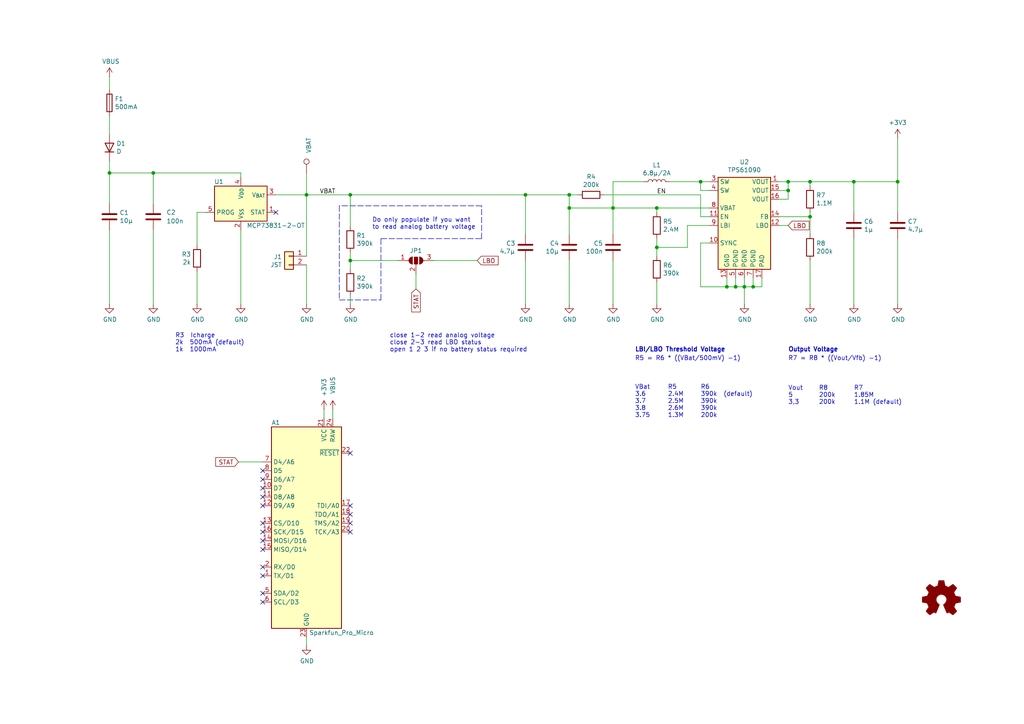
<source format=kicad_sch>
(kicad_sch (version 20231120) (generator "eeschema") (generator_version "8.0")
  (paper "A4")
  (title_block (title "ProMicro_BOOST") (date "2025-01-05") (rev "v1.5") (company "Stefan Herold") (comment 1 "CERN-OHL-S-2.0"))
  (lib_symbols
    (symbol "Battery_Management:MCP73831-2-OT"
      (property "Reference" "U" (at -7.62 6.35 0))
      (property "Value" "MCP73831-2-OT" (at 1.27 6.35 0))
      (symbol "MCP73831-2-OT_0_1"
        (rectangle (start -7.62 5.08) (end 7.62 -5.08) (stroke (width 0.254)) (fill (type background)))
      )
      (symbol "MCP73831-2-OT_1_1"
        (pin tri_state line (at 10.16 -2.54 180) (length 2.54) (name "STAT") (number "1"))
        (pin power_in line (at 0 -7.62 90) (length 2.54) (name "V_{SS}") (number "2"))
        (pin power_out line (at 10.16 2.54 180) (length 2.54) (name "V_{BAT}") (number "3"))
        (pin power_in line (at 0 7.62 270) (length 2.54) (name "V_{DD}") (number "4"))
        (pin input line (at -10.16 -2.54 0) (length 2.54) (name "PROG") (number "5"))
      )
    )
    (symbol "Connector:TestPoint" (pin_numbers hide) (pin_names (offset 0.762) hide)
      (property "Reference" "TP" (at 0 6.858 0))
      (property "Value" "TestPoint" (at 0 5.08 0))
      (symbol "TestPoint_0_1"
        (circle (center 0 3.302) (radius 0.762))
      )
      (symbol "TestPoint_1_1"
        (pin passive line (at 0 0 90) (length 2.54) (name "1") (number "1"))
      )
    )
    (symbol "Connector_Generic:Conn_01x02" (pin_names (offset 1.016) hide)
      (property "Reference" "J" (at 0 2.54 0))
      (property "Value" "Conn_01x02" (at 0 -5.08 0))
      (symbol "Conn_01x02_1_1"
        (rectangle (start -1.27 -2.413) (end 0 -2.667) (stroke (width 0.1524)))
        (rectangle (start -1.27 0.127) (end 0 -0.127) (stroke (width 0.1524)))
        (rectangle (start -1.27 1.27) (end 1.27 -3.81) (stroke (width 0.254)) (fill (type background)))
        (pin passive line (at -5.08 0 0) (length 3.81) (name "Pin_1") (number "1"))
        (pin passive line (at -5.08 -2.54 0) (length 3.81) (name "Pin_2") (number "2"))
      )
    )
    (symbol "Device:C" (pin_numbers hide) (pin_names (offset 0.254))
      (property "Reference" "C" (at 0.635 2.54 0))
      (property "Value" "C" (at 0.635 -2.54 0))
      (symbol "C_0_1"
        (polyline (pts (xy -2.032 -0.762) (xy 2.032 -0.762)) (stroke (width 0.508)))
        (polyline (pts (xy -2.032 0.762) (xy 2.032 0.762)) (stroke (width 0.508)))
      )
      (symbol "C_1_1"
        (pin passive line (at 0 3.81 270) (length 2.794) (name "~") (number "1"))
        (pin passive line (at 0 -3.81 90) (length 2.794) (name "~") (number "2"))
      )
    )
    (symbol "Device:D" (pin_numbers hide) (pin_names (offset 1.016) hide)
      (property "Reference" "D" (at 0 2.54 0))
      (property "Value" "D" (at 0 -2.54 0))
      (symbol "D_0_1"
        (polyline (pts (xy -1.27 1.27) (xy -1.27 -1.27)) (stroke (width 0.254)))
        (polyline (pts (xy 1.27 0) (xy -1.27 0)))
        (polyline (pts (xy 1.27 1.27) (xy 1.27 -1.27) (xy -1.27 0) (xy 1.27 1.27)) (stroke (width 0.254)))
      )
      (symbol "D_1_1"
        (pin passive line (at -3.81 0 0) (length 2.54) (name "K") (number "1"))
        (pin passive line (at 3.81 0 180) (length 2.54) (name "A") (number "2"))
      )
    )
    (symbol "Device:Fuse" (pin_numbers hide) (pin_names (offset 0))
      (property "Reference" "F" (at 2.032 0 90))
      (property "Value" "Fuse" (at -1.905 0 90))
      (symbol "Fuse_0_1"
        (rectangle (start -0.762 -2.54) (end 0.762 2.54) (stroke (width 0.254)))
        (polyline (pts (xy 0 2.54) (xy 0 -2.54)))
      )
      (symbol "Fuse_1_1"
        (pin passive line (at 0 3.81 270) (length 1.27) (name "~") (number "1"))
        (pin passive line (at 0 -3.81 90) (length 1.27) (name "~") (number "2"))
      )
    )
    (symbol "Device:L" (pin_numbers hide) (pin_names (offset 1.016) hide)
      (property "Reference" "L" (at -1.27 0 90))
      (property "Value" "L" (at 1.905 0 90))
      (symbol "L_0_1"
        (arc (start 0 -2.54) (mid 0.6323 -1.905) (end 0 -1.27))
        (arc (start 0 -1.27) (mid 0.6323 -0.635) (end 0 0))
        (arc (start 0 0) (mid 0.6323 0.635) (end 0 1.27))
        (arc (start 0 1.27) (mid 0.6323 1.905) (end 0 2.54))
      )
      (symbol "L_1_1"
        (pin passive line (at 0 3.81 270) (length 1.27) (name "1") (number "1"))
        (pin passive line (at 0 -3.81 90) (length 1.27) (name "2") (number "2"))
      )
    )
    (symbol "Device:R" (pin_numbers hide) (pin_names (offset 0))
      (property "Reference" "R" (at 2.032 0 90))
      (property "Value" "R" (at 0 0 90))
      (symbol "R_0_1"
        (rectangle (start -1.016 -2.54) (end 1.016 2.54) (stroke (width 0.254)))
      )
      (symbol "R_1_1"
        (pin passive line (at 0 3.81 270) (length 1.27) (name "~") (number "1"))
        (pin passive line (at 0 -3.81 90) (length 1.27) (name "~") (number "2"))
      )
    )
    (symbol "Graphic:Logo_Open_Hardware_Small" (in_bom no) (on_board no)
      (symbol "Logo_Open_Hardware_Small_0_1"
        (polyline (pts (xy 3.3528 -4.3434) (xy 3.302 -4.318) (xy 3.175 -4.2418) (xy 2.9972 -4.1148) (xy 2.7686 -3.9624) (xy 2.54 -3.81) (xy 2.3622 -3.7084) (xy 2.2352 -3.6068) (xy 2.1844 -3.5814) (xy 2.159 -3.6068) (xy 2.0574 -3.6576) (xy 1.905 -3.7338) (xy 1.8034 -3.7846) (xy 1.6764 -3.8354) (xy 1.6002 -3.8354) (xy 1.6002 -3.8354) (xy 1.5494 -3.7338) (xy 1.4732 -3.5306) (xy 1.3462 -3.302) (xy 1.2446 -3.0226) (xy 1.1176 -2.7178) (xy 0.9652 -2.413) (xy 0.8636 -2.1082) (xy 0.7366 -1.8288) (xy 0.6604 -1.6256) (xy 0.6096 -1.4732) (xy 0.5842 -1.397) (xy 0.5842 -1.397) (xy 0.6604 -1.3208) (xy 0.7874 -1.2446) (xy 1.0414 -1.016) (xy 1.2954 -0.6858) (xy 1.4478 -0.3302) (xy 1.524 0.0762) (xy 1.4732 0.4572) (xy 1.3208 0.8128) (xy 1.0668 1.143) (xy 0.762 1.3716) (xy 0.4064 1.524) (xy 0 1.5748) (xy -0.381 1.5494) (xy -0.7366 1.397) (xy -1.0668 1.143) (xy -1.2192 0.9906) (xy -1.397 0.6604) (xy -1.524 0.3048) (xy -1.524 0.2286) (xy -1.4986 -0.1778) (xy -1.397 -0.5334) (xy -1.1938 -0.8636) (xy -0.9144 -1.143) (xy -0.8636 -1.1684) (xy -0.7366 -1.27) (xy -0.635 -1.3462) (xy -0.5842 -1.397) (xy -1.0668 -2.5908) (xy -1.143 -2.794) (xy -1.2954 -3.1242) (xy -1.397 -3.4036) (xy -1.4986 -3.6322) (xy -1.5748 -3.7846) (xy -1.6002 -3.8354) (xy -1.6002 -3.8354) (xy -1.651 -3.8354) (xy -1.7272 -3.81) (xy -1.905 -3.7338) (xy -2.0066 -3.683) (xy -2.1336 -3.6068) (xy -2.2098 -3.5814) (xy -2.2606 -3.6068) (xy -2.3622 -3.683) (xy -2.54 -3.81) (xy -2.7686 -3.9624) (xy -2.9718 -4.0894) (xy -3.1496 -4.2164) (xy -3.302 -4.318) (xy -3.3528 -4.3434) (xy -3.3782 -4.3434) (xy -3.429 -4.318) (xy -3.5306 -4.2164) (xy -3.7084 -4.064) (xy -3.937 -3.8354) (xy -3.9624 -3.81) (xy -4.1656 -3.6068) (xy -4.318 -3.4544) (xy -4.4196 -3.3274) (xy -4.445 -3.2766) (xy -4.445 -3.2766) (xy -4.4196 -3.2258) (xy -4.318 -3.0734) (xy -4.2164 -2.8956) (xy -4.064 -2.667) (xy -3.6576 -2.0828) (xy -3.8862 -1.5494) (xy -3.937 -1.3716) (xy -4.0386 -1.1684) (xy -4.0894 -1.0414) (xy -4.1148 -0.9652) (xy -4.191 -0.9398) (xy -4.318 -0.9144) (xy -4.5466 -0.8636) (xy -4.8006 -0.8128) (xy -5.0546 -0.7874) (xy -5.2578 -0.7366) (xy -5.4356 -0.7112) (xy -5.5118 -0.6858) (xy -5.5118 -0.6858) (xy -5.5372 -0.635) (xy -5.5372 -0.5588) (xy -5.5372 -0.4318) (xy -5.5626 -0.2286) (xy -5.5626 0.0762) (xy -5.5626 0.127) (xy -5.5372 0.4064) (xy -5.5372 0.635) (xy -5.5372 0.762) (xy -5.5372 0.8382) (xy -5.5372 0.8382) (xy -5.461 0.8382) (xy -5.3086 0.889) (xy -5.08 0.9144) (xy -4.826 0.9652) (xy -4.8006 0.9906) (xy -4.5466 1.0414) (xy -4.318 1.0668) (xy -4.1656 1.1176) (xy -4.0894 1.143) (xy -4.0894 1.143) (xy -4.0386 1.2446) (xy -3.9624 1.4224) (xy -3.8608 1.6256) (xy -3.7846 1.8288) (xy -3.7084 2.0066) (xy -3.6576 2.159) (xy -3.6322 2.2098) (xy -3.6322 2.2098) (xy -3.683 2.286) (xy -3.7592 2.413) (xy -3.8862 2.5908) (xy -4.064 2.8194) (xy -4.064 2.8448) (xy -4.2164 3.0734) (xy -4.3434 3.2512) (xy -4.4196 3.3782) (xy -4.445 3.4544) (xy -4.445 3.4544) (xy -4.3942 3.5052) (xy -4.2926 3.6322) (xy -4.1148 3.81) (xy -3.937 4.0132) (xy -3.8608 4.064) (xy -3.6576 4.2926) (xy -3.5052 4.4196) (xy -3.4036 4.4958) (xy -3.3528 4.5212) (xy -3.3528 4.5212) (xy -3.302 4.4704) (xy -3.1496 4.3688) (xy -2.9718 4.2418) (xy -2.7432 4.0894) (xy -2.7178 4.0894) (xy -2.4892 3.937) (xy -2.3114 3.81) (xy -2.1844 3.7084) (xy -2.1336 3.683) (xy -2.1082 3.683) (xy -2.032 3.7084) (xy -1.8542 3.7592) (xy -1.6764 3.8354) (xy -1.4732 3.937) (xy -1.27 4.0132) (xy -1.143 4.064) (xy -1.0668 4.1148) (xy -1.0668 4.1148) (xy -1.0414 4.191) (xy -1.016 4.3434) (xy -0.9652 4.572) (xy -0.9144 4.8514) (xy -0.889 4.9022) (xy -0.8382 5.1562) (xy -0.8128 5.3848) (xy -0.7874 5.5372) (xy -0.762 5.588) (xy -0.7112 5.6134) (xy -0.5842 5.6134) (xy -0.4064 5.6134) (xy -0.1524 5.6134) (xy 0.0762 5.6134) (xy 0.3302 5.6134) (xy 0.5334 5.6134) (xy 0.6858 5.588) (xy 0.7366 5.588) (xy 0.7366 5.588) (xy 0.762 5.5118) (xy 0.8128 5.334) (xy 0.8382 5.1054) (xy 0.9144 4.826) (xy 0.9144 4.7752) (xy 0.9652 4.5212) (xy 1.016 4.2926) (xy 1.0414 4.1402) (xy 1.0668 4.0894) (xy 1.0668 4.0894) (xy 1.1938 4.0386) (xy 1.3716 3.9624) (xy 1.5748 3.8608) (xy 2.0828 3.6576) (xy 2.7178 4.0894) (xy 2.7686 4.1402) (xy 2.9972 4.2926) (xy 3.175 4.4196) (xy 3.302 4.4958) (xy 3.3782 4.5212) (xy 3.3782 4.5212) (xy 3.429 4.4704) (xy 3.556 4.3434) (xy 3.7338 4.191) (xy 3.9116 3.9878) (xy 4.064 3.8354) (xy 4.2418 3.6576) (xy 4.3434 3.556) (xy 4.4196 3.4798) (xy 4.4196 3.429) (xy 4.4196 3.4036) (xy 4.3942 3.3274) (xy 4.2926 3.2004) (xy 4.1656 2.9972) (xy 4.0132 2.794) (xy 3.8862 2.5908) (xy 3.7592 2.3876) (xy 3.6576 2.2352) (xy 3.6322 2.159) (xy 3.6322 2.1336) (xy 3.683 2.0066) (xy 3.7592 1.8288) (xy 3.8608 1.6002) (xy 4.064 1.1176) (xy 4.3942 1.0414) (xy 4.5974 1.016) (xy 4.8768 0.9652) (xy 5.1308 0.9144) (xy 5.5372 0.8382) (xy 5.5626 -0.6604) (xy 5.4864 -0.6858) (xy 5.4356 -0.6858) (xy 5.2832 -0.7366) (xy 5.0546 -0.762) (xy 4.8006 -0.8128) (xy 4.5974 -0.8636) (xy 4.3688 -0.9144) (xy 4.2164 -0.9398) (xy 4.1402 -0.9398) (xy 4.1148 -0.9652) (xy 4.064 -1.0668) (xy 3.9878 -1.2446) (xy 3.9116 -1.4478) (xy 3.81 -1.651) (xy 3.7338 -1.8542) (xy 3.683 -2.0066) (xy 3.6576 -2.0828) (xy 3.683 -2.1336) (xy 3.7846 -2.2606) (xy 3.8862 -2.4638) (xy 4.0386 -2.667) (xy 4.191 -2.8956) (xy 4.318 -3.0734) (xy 4.3942 -3.2004) (xy 4.445 -3.2766) (xy 4.4196 -3.3274) (xy 4.3434 -3.429) (xy 4.1656 -3.5814) (xy 3.937 -3.8354) (xy 3.8862 -3.8608) (xy 3.683 -4.064) (xy 3.5306 -4.2164) (xy 3.4036 -4.318) (xy 3.3528 -4.3434)) (fill (type outline)))
      )
    )
    (symbol "Jumper:SolderJumper_3_Open" (pin_names (offset 0) hide) (exclude_from_sim yes) (in_bom no)
      (property "Reference" "JP" (at -2.54 -2.54 0))
      (property "Value" "SolderJumper_3_Open" (at 0 2.794 0))
      (symbol "SolderJumper_3_Open_0_1"
        (arc (start -1.016 1.016) (mid -2.0276 0) (end -1.016 -1.016))
        (arc (start -1.016 1.016) (mid -2.0276 0) (end -1.016 -1.016) (fill (type outline)))
        (rectangle (start -0.508 1.016) (end 0.508 -1.016) (fill (type outline)))
        (polyline (pts (xy -2.54 0) (xy -2.032 0)))
        (polyline (pts (xy -1.016 1.016) (xy -1.016 -1.016)))
        (polyline (pts (xy 0 -1.27) (xy 0 -1.016)))
        (polyline (pts (xy 1.016 1.016) (xy 1.016 -1.016)))
        (polyline (pts (xy 2.54 0) (xy 2.032 0)))
        (arc (start 1.016 -1.016) (mid 2.0276 0) (end 1.016 1.016))
        (arc (start 1.016 -1.016) (mid 2.0276 0) (end 1.016 1.016) (fill (type outline)))
      )
      (symbol "SolderJumper_3_Open_1_1"
        (pin passive line (at -5.08 0 0) (length 2.54) (name "A") (number "1"))
        (pin passive line (at 0 -3.81 90) (length 2.54) (name "C") (number "2"))
        (pin passive line (at 5.08 0 180) (length 2.54) (name "B") (number "3"))
      )
    )
    (symbol "ProMicro:Sparkfun_Pro_Micro"
      (property "Reference" "A" (at -10.16 29.21 0))
      (property "Value" "Sparkfun_Pro_Micro" (at 2.54 -31.75 0))
      (symbol "Sparkfun_Pro_Micro_0_1"
        (rectangle (start -10.16 27.94) (end 10.16 -30.48) (stroke (width 0.254)) (fill (type background)))
      )
      (symbol "Sparkfun_Pro_Micro_1_1"
        (pin bidirectional line (at -12.7 -15.24 0) (length 2.54) (name "TX/D1") (number "1"))
        (pin bidirectional line (at -12.7 10.16 0) (length 2.54) (name "D7") (number "10"))
        (pin bidirectional line (at -12.7 7.62 0) (length 2.54) (name "D8/A8") (number "11"))
        (pin bidirectional line (at -12.7 5.08 0) (length 2.54) (name "D9/A9") (number "12"))
        (pin bidirectional line (at -12.7 0 0) (length 2.54) (name "CS/D10") (number "13"))
        (pin bidirectional line (at -12.7 -5.08 0) (length 2.54) (name "MOSI/D16") (number "14"))
        (pin bidirectional line (at -12.7 -7.62 0) (length 2.54) (name "MISO/D14") (number "15"))
        (pin bidirectional line (at -12.7 -2.54 0) (length 2.54) (name "SCK/D15") (number "16"))
        (pin bidirectional line (at 12.7 5.08 180) (length 2.54) (name "TDI/A0") (number "17"))
        (pin bidirectional line (at 12.7 2.54 180) (length 2.54) (name "TDO/A1") (number "18"))
        (pin bidirectional line (at 12.7 0 180) (length 2.54) (name "TMS/A2") (number "19"))
        (pin bidirectional line (at -12.7 -12.7 0) (length 2.54) (name "RX/D0") (number "2"))
        (pin bidirectional line (at 12.7 -2.54 180) (length 2.54) (name "TCK/A3") (number "20"))
        (pin power_in line (at 5.08 30.48 270) (length 2.54) (name "VCC") (number "21"))
        (pin input line (at 12.7 20.32 180) (length 2.54) (name "~{RESET}") (number "22"))
        (pin power_in line (at 0 -33.02 90) (length 2.54) (name "GND") (number "23"))
        (pin power_in line (at 7.62 30.48 270) (length 2.54) (name "RAW") (number "24"))
        (pin passive line (at 0 -33.02 90) (length 2.54) hide (name "GND") (number "3"))
        (pin passive line (at 0 -33.02 90) (length 2.54) hide (name "GND") (number "4"))
        (pin bidirectional line (at -12.7 -20.32 0) (length 2.54) (name "SDA/D2") (number "5"))
        (pin bidirectional line (at -12.7 -22.86 0) (length 2.54) (name "SCL/D3") (number "6"))
        (pin bidirectional line (at -12.7 17.78 0) (length 2.54) (name "D4/A6") (number "7"))
        (pin bidirectional line (at -12.7 15.24 0) (length 2.54) (name "D5") (number "8"))
        (pin bidirectional line (at -12.7 12.7 0) (length 2.54) (name "D6/A7") (number "9"))
      )
    )
    (symbol "Regulator_Switching:TPS61090"
      (property "Reference" "U" (at -7.62 15.24 0))
      (property "Value" "TPS61090" (at 1.27 15.24 0))
      (symbol "TPS61090_0_0"
        (pin power_out line (at 10.16 12.7 180) (length 2.54) (name "VOUT") (number "1"))
        (pin input line (at -10.16 -5.08 0) (length 2.54) (name "SYNC") (number "10"))
        (pin input line (at -10.16 2.54 0) (length 2.54) (name "EN") (number "11"))
        (pin open_collector line (at 10.16 0 180) (length 2.54) (name "LBO") (number "12"))
        (pin power_in line (at -5.08 -15.24 90) (length 2.54) (name "GND") (number "13"))
        (pin input line (at 10.16 2.54 180) (length 2.54) (name "FB") (number "14"))
        (pin passive line (at 10.16 10.16 180) (length 2.54) (name "VOUT") (number "15"))
        (pin passive line (at 10.16 7.62 180) (length 2.54) (name "VOUT") (number "16"))
        (pin power_in line (at 5.08 -15.24 90) (length 2.54) (name "PAD") (number "17"))
        (pin no_connect line (at 10.16 -5.08 180) (length 2.54) hide (name "NC") (number "2"))
        (pin passive line (at -10.16 12.7 0) (length 2.54) (name "SW") (number "3"))
        (pin passive line (at -10.16 10.16 0) (length 2.54) (name "SW") (number "4"))
        (pin power_in line (at -2.54 -15.24 90) (length 2.54) (name "PGND") (number "5"))
        (pin power_in line (at 0 -15.24 90) (length 2.54) (name "PGND") (number "6"))
        (pin power_in line (at 2.54 -15.24 90) (length 2.54) (name "PGND") (number "7"))
        (pin power_in line (at -10.16 5.08 0) (length 2.54) (name "VBAT") (number "8"))
        (pin input line (at -10.16 0 0) (length 2.54) (name "LBI") (number "9"))
      )
      (symbol "TPS61090_0_1"
        (rectangle (start -7.62 13.97) (end 7.62 -12.7) (stroke (width 0.254)) (fill (type background)))
      )
    )
    (symbol "power:+3V3" (power) (pin_numbers hide) (pin_names (offset 0) hide)
      (property "Value" "+3V3" (at 0 3.556 0))
      (symbol "+3V3_0_1"
        (polyline (pts (xy -0.762 1.27) (xy 0 2.54)))
        (polyline (pts (xy 0 0) (xy 0 2.54)))
        (polyline (pts (xy 0 2.54) (xy 0.762 1.27)))
      )
      (symbol "+3V3_1_1"
        (pin power_in line (at 0 0 90) (length 0) (name "~") (number "1"))
      )
    )
    (symbol "power:GND" (power) (pin_numbers hide) (pin_names (offset 0) hide)
      (property "Value" "GND" (at 0 -3.81 0))
      (symbol "GND_0_1"
        (polyline (pts (xy 0 0) (xy 0 -1.27) (xy 1.27 -1.27) (xy 0 -2.54) (xy -1.27 -1.27) (xy 0 -1.27)))
      )
      (symbol "GND_1_1"
        (pin power_in line (at 0 0 270) (length 0) (name "~") (number "1"))
      )
    )
    (symbol "power:VBUS" (power) (pin_numbers hide) (pin_names (offset 0) hide)
      (property "Value" "VBUS" (at 0 3.556 0))
      (symbol "VBUS_0_1"
        (polyline (pts (xy -0.762 1.27) (xy 0 2.54)))
        (polyline (pts (xy 0 0) (xy 0 2.54)))
        (polyline (pts (xy 0 2.54) (xy 0.762 1.27)))
      )
      (symbol "VBUS_1_1"
        (pin power_in line (at 0 0 90) (length 0) (name "~") (number "1"))
      )
    )
  )
  (junction (at 165.1 60.325))
  (junction (at 44.45 50.165))
  (junction (at 203.2 52.705))
  (junction (at 177.8 60.325))
  (junction (at 247.65 52.705))
  (junction (at 165.1 56.515))
  (junction (at 88.9 56.515))
  (junction (at 234.95 62.865))
  (junction (at 101.6 56.515))
  (junction (at 228.6 55.245))
  (junction (at 210.82 83.185))
  (junction (at 260.35 52.705))
  (junction (at 190.5 71.755))
  (junction (at 190.5 60.325))
  (junction (at 234.95 52.705))
  (junction (at 152.4 56.515))
  (junction (at 101.6 75.565))
  (junction (at 31.75 50.165))
  (junction (at 215.9 83.185))
  (junction (at 213.36 83.185))
  (junction (at 218.44 83.185))
  (junction (at 228.6 52.705))
  (no_connect (at 101.6 146.685))
  (no_connect (at 76.2 144.145))
  (no_connect (at 101.6 131.445))
  (no_connect (at 76.2 172.085))
  (no_connect (at 76.2 159.385))
  (no_connect (at 76.2 174.625))
  (no_connect (at 76.2 167.005))
  (no_connect (at 76.2 146.685))
  (no_connect (at 101.6 151.765))
  (no_connect (at 76.2 151.765))
  (no_connect (at 101.6 149.225))
  (no_connect (at 76.2 164.465))
  (no_connect (at 101.6 154.305))
  (no_connect (at 80.01 61.595))
  (no_connect (at 76.2 156.845))
  (no_connect (at 76.2 154.305))
  (no_connect (at 76.2 141.605))
  (no_connect (at 76.2 136.525))
  (no_connect (at 76.2 139.065))
  (wire (pts (xy 120.65 83.82) (xy 120.65 79.375)))
  (wire (pts (xy 234.95 52.705) (xy 228.6 52.705)))
  (wire (pts (xy 247.65 69.215) (xy 247.65 88.265)))
  (wire (pts (xy 199.39 65.405) (xy 199.39 71.755)))
  (wire (pts (xy 203.2 52.705) (xy 205.74 52.705)))
  (wire (pts (xy 31.75 33.655) (xy 31.75 38.989)))
  (wire (pts (xy 101.6 73.279) (xy 101.6 75.565)))
  (wire (pts (xy 88.9 50.165) (xy 88.9 56.515)))
  (wire (pts (xy 31.75 50.165) (xy 31.75 59.055)))
  (wire (pts (xy 260.35 69.215) (xy 260.35 88.265)))
  (wire (pts (xy 69.85 50.165) (xy 69.85 51.435)))
  (wire (pts (xy 125.73 75.565) (xy 138.43 75.565)))
  (wire (pts (xy 177.8 67.945) (xy 177.8 60.325)))
  (wire (pts (xy 210.82 80.645) (xy 210.82 83.185)))
  (wire (pts (xy 205.74 60.325) (xy 190.5 60.325)))
  (wire (pts (xy 190.5 74.295) (xy 190.5 71.755)))
  (wire (pts (xy 88.9 187.325) (xy 88.9 184.785)))
  (wire (pts (xy 115.57 75.565) (xy 101.6 75.565)))
  (wire (pts (xy 218.44 80.645) (xy 218.44 83.185)))
  (wire (pts (xy 165.1 88.265) (xy 165.1 75.565)))
  (wire (pts (xy 260.35 52.705) (xy 260.35 61.595)))
  (wire (pts (xy 226.06 57.785) (xy 228.6 57.785)))
  (polyline (pts (xy 98.425 86.995) (xy 110.49 86.995)) (stroke (width 0) (type dash)))
  (wire (pts (xy 31.75 46.609) (xy 31.75 50.165)))
  (wire (pts (xy 247.65 61.595) (xy 247.65 52.705)))
  (polyline (pts (xy 139.7 59.69) (xy 98.425 59.69)) (stroke (width 0) (type dash)))
  (wire (pts (xy 205.74 65.405) (xy 199.39 65.405)))
  (wire (pts (xy 203.2 70.485) (xy 203.2 83.185)))
  (wire (pts (xy 190.5 71.755) (xy 199.39 71.755)))
  (polyline (pts (xy 110.49 69.215) (xy 139.7 69.215)) (stroke (width 0) (type dash)))
  (wire (pts (xy 152.4 56.515) (xy 165.1 56.515)))
  (wire (pts (xy 205.74 70.485) (xy 203.2 70.485)))
  (wire (pts (xy 215.9 83.185) (xy 215.9 88.265)))
  (wire (pts (xy 228.6 57.785) (xy 228.6 55.245)))
  (wire (pts (xy 44.45 66.675) (xy 44.45 88.265)))
  (wire (pts (xy 101.6 75.565) (xy 101.6 78.105)))
  (wire (pts (xy 226.06 62.865) (xy 234.95 62.865)))
  (wire (pts (xy 228.6 55.245) (xy 228.6 52.705)))
  (wire (pts (xy 247.65 52.705) (xy 260.35 52.705)))
  (wire (pts (xy 234.95 52.705) (xy 247.65 52.705)))
  (wire (pts (xy 165.1 60.325) (xy 165.1 67.945)))
  (wire (pts (xy 101.6 88.265) (xy 101.6 85.725)))
  (wire (pts (xy 186.69 52.705) (xy 177.8 52.705)))
  (wire (pts (xy 210.82 83.185) (xy 213.36 83.185)))
  (wire (pts (xy 101.6 56.515) (xy 152.4 56.515)))
  (wire (pts (xy 88.9 56.515) (xy 80.01 56.515)))
  (polyline (pts (xy 110.49 86.995) (xy 110.49 69.215)) (stroke (width 0) (type dash)))
  (wire (pts (xy 177.8 75.565) (xy 177.8 88.265)))
  (wire (pts (xy 218.44 83.185) (xy 220.98 83.185)))
  (wire (pts (xy 194.31 52.705) (xy 203.2 52.705)))
  (wire (pts (xy 57.15 88.265) (xy 57.15 78.74)))
  (wire (pts (xy 215.9 80.645) (xy 215.9 83.185)))
  (wire (pts (xy 88.9 56.515) (xy 101.6 56.515)))
  (wire (pts (xy 220.98 83.185) (xy 220.98 80.645)))
  (wire (pts (xy 228.6 52.705) (xy 226.06 52.705)))
  (wire (pts (xy 44.45 50.165) (xy 44.45 59.055)))
  (wire (pts (xy 57.15 61.595) (xy 57.15 71.12)))
  (wire (pts (xy 260.35 40.005) (xy 260.35 52.705)))
  (wire (pts (xy 215.9 83.185) (xy 218.44 83.185)))
  (wire (pts (xy 213.36 83.185) (xy 215.9 83.185)))
  (wire (pts (xy 44.45 50.165) (xy 69.85 50.165)))
  (wire (pts (xy 205.74 55.245) (xy 203.2 55.245)))
  (wire (pts (xy 177.8 60.325) (xy 165.1 60.325)))
  (wire (pts (xy 234.95 62.865) (xy 234.95 61.595)))
  (wire (pts (xy 177.8 52.705) (xy 177.8 60.325)))
  (wire (pts (xy 93.98 118.745) (xy 93.98 121.285)))
  (wire (pts (xy 69.215 133.985) (xy 76.2 133.985)))
  (wire (pts (xy 59.69 61.595) (xy 57.15 61.595)))
  (wire (pts (xy 203.2 56.515) (xy 203.2 62.865)))
  (wire (pts (xy 234.95 53.975) (xy 234.95 52.705)))
  (wire (pts (xy 167.64 56.515) (xy 165.1 56.515)))
  (wire (pts (xy 228.6 65.405) (xy 226.06 65.405)))
  (wire (pts (xy 88.9 74.295) (xy 88.9 56.515)))
  (wire (pts (xy 203.2 83.185) (xy 210.82 83.185)))
  (wire (pts (xy 152.4 88.265) (xy 152.4 75.565)))
  (wire (pts (xy 190.5 88.265) (xy 190.5 81.915)))
  (wire (pts (xy 203.2 62.865) (xy 205.74 62.865)))
  (wire (pts (xy 234.95 75.565) (xy 234.95 88.265)))
  (polyline (pts (xy 139.7 69.215) (xy 139.7 59.69)) (stroke (width 0) (type dash)))
  (wire (pts (xy 101.6 56.515) (xy 101.6 65.659)))
  (wire (pts (xy 31.75 66.675) (xy 31.75 88.265)))
  (wire (pts (xy 175.26 56.515) (xy 203.2 56.515)))
  (wire (pts (xy 213.36 80.645) (xy 213.36 83.185)))
  (wire (pts (xy 31.75 50.165) (xy 44.45 50.165)))
  (wire (pts (xy 190.5 71.755) (xy 190.5 69.215)))
  (wire (pts (xy 165.1 56.515) (xy 165.1 60.325)))
  (wire (pts (xy 88.9 76.835) (xy 88.9 88.265)))
  (wire (pts (xy 190.5 60.325) (xy 190.5 61.595)))
  (wire (pts (xy 234.95 62.865) (xy 234.95 67.945)))
  (wire (pts (xy 190.5 60.325) (xy 177.8 60.325)))
  (wire (pts (xy 203.2 55.245) (xy 203.2 52.705)))
  (wire (pts (xy 69.85 88.265) (xy 69.85 66.675)))
  (wire (pts (xy 31.75 26.035) (xy 31.75 22.225)))
  (polyline (pts (xy 98.425 59.69) (xy 98.425 86.995)) (stroke (width 0) (type dash)))
  (wire (pts (xy 96.52 118.745) (xy 96.52 121.285)))
  (wire (pts (xy 226.06 55.245) (xy 228.6 55.245)))
  (wire (pts (xy 152.4 67.945) (xy 152.4 56.515)))
  (text "R7\n1.85M\n1.1M (default)" (at 247.65 117.475 0) (effects (font (size 1.27 1.27)) (justify left bottom)))
  (text "Vout\n5\n3,3" (at 228.6 117.475 0) (effects (font (size 1.27 1.27)) (justify left bottom)))
  (text "LBI/LBO Threshold Voltage" (at 184.15 102.235 0) (effects (font (size 1.27 1.27) (thickness 0.254) (bold yes)) (justify left bottom)))
  (text "Output Voltage" (at 228.6 102.235 0) (effects (font (size 1.27 1.27) (thickness 0.254) (bold yes)) (justify left bottom)))
  (text "R7 = R8 * ((Vout/Vfb) -1)" (at 228.6 104.775 0) (effects (font (size 1.27 1.27)) (justify left bottom)))
  (text "R6\n390k  (default)\n390k\n390k\n200k" (at 203.2 121.285 0) (effects (font (size 1.27 1.27)) (justify left bottom)))
  (text "close 1-2 read analog voltage\nclose 2-3 read LBO status\nopen 1 2 3 if no battery status required" (at 113.03 102.235 0) (effects (font (size 1.27 1.27)) (justify left bottom)))
  (text "R3  Icharge\n2k  500mA (default)\n1k  1000mA" (at 50.8 102.235 0) (effects (font (size 1.27 1.27)) (justify left bottom)))
  (text "Do only populate if you want\nto read analog battery voltage" (at 107.95 66.675 0) (effects (font (size 1.27 1.27)) (justify left bottom)))
  (text "R5 = R6 * ((VBat/500mV) -1)" (at 184.15 104.775 0) (effects (font (size 1.27 1.27)) (justify left bottom)))
  (text "R5\n2.4M\n2.5M\n2.6M\n1.3M" (at 193.675 121.285 0) (effects (font (size 1.27 1.27)) (justify left bottom)))
  (text "VBat\n3.6\n3.7\n3.8\n3.75" (at 184.15 121.285 0) (effects (font (size 1.27 1.27)) (justify left bottom)))
  (text "R8\n200k\n200k" (at 237.49 117.475 0) (effects (font (size 1.27 1.27)) (justify left bottom)))
  (label "EN" (at 190.5 56.515 0))
  (label "VBAT" (at 92.71 56.515 0))
  (global_label "LBO" (shape input) (at 138.43 75.565 0) (property "Intersheetrefs" "${INTERSHEET_REFS}" (effects (hide yes))))
  (global_label "STAT" (shape input) (at 69.215 133.985 180) (property "Intersheetrefs" "${INTERSHEET_REFS}" (effects (hide yes))))
  (global_label "LBO" (shape input) (at 228.6 65.405 0) (property "Intersheetrefs" "${INTERSHEET_REFS}" (effects (hide yes))))
  (global_label "STAT" (shape input) (at 120.65 83.82 270) (property "Intersheetrefs" "${INTERSHEET_REFS}" (effects (hide yes))))
  (symbol (lib_id "Connector_Generic:Conn_01x02") (at 83.82 74.295 0) (mirror y) (unit 1)
    (property "Reference" "J1" (at 81.788 74.4982 0) (effects (justify left)))
    (property "Value" "JST" (at 81.788 76.8096 0) (effects (justify left)))
    (property "Footprint" "Connector_JST:JST_PH_S2B-PH-SM4-TB_1x02-1MP_P2.00mm_Horizontal" (effects (hide yes)))
    (property "Description" "Generic connector, single row, 01x02, script generated (kicad-library-utils/schlib/autogen/connector/)" (effects (hide yes)))
    (property "Variant" "3V3, 5V" (effects (hide yes)))
  )
  (symbol (lib_id "Device:Fuse") (at 31.75 29.845 0) (unit 1)
    (property "Reference" "F1" (at 33.274 28.6766 0) (effects (justify left)))
    (property "Value" "500mA" (at 33.274 30.988 0) (effects (justify left)))
    (property "Footprint" "Fuse:Fuse_0603_1608Metric" (effects (hide yes)))
    (property "Description" "Fuse" (effects (hide yes)))
    (property "MPN" "04000025WR" (effects (hide yes)))
  )
  (symbol (lib_id "Device:D") (at 31.75 42.799 90) (unit 1)
    (property "Reference" "D1" (at 33.7566 41.6306 90) (effects (justify right)))
    (property "Value" "D" (at 33.7566 43.942 90) (effects (justify right)))
    (property "Footprint" "Diode_SMD:D_0603_1608Metric" (effects (hide yes)))
    (property "Description" "Diode" (effects (hide yes)))
    (property "Variant" "3V3, 5V" (effects (hide yes)))
    (property "Sim.Device" "D" (effects (hide yes)))
    (property "Sim.Pins" "1=K 2=A" (effects (hide yes)))
  )
  (symbol (lib_id "Device:R") (at 101.6 69.469 0) (unit 1)
    (property "Reference" "R1" (at 103.378 68.3006 0) (effects (justify left)))
    (property "Value" "390k" (at 103.378 70.612 0) (effects (justify left)))
    (property "Footprint" "Resistor_SMD:R_0603_1608Metric" (effects (hide yes)))
    (property "Description" "Resistor" (effects (hide yes)))
    (property "MPN" "0603WAF3903T5E" (effects (hide yes)))
  )
  (symbol (lib_id "Device:R") (at 101.6 81.915 0) (unit 1)
    (property "Reference" "R2" (at 103.378 80.7466 0) (effects (justify left)))
    (property "Value" "390k" (at 103.378 83.058 0) (effects (justify left)))
    (property "Footprint" "Resistor_SMD:R_0603_1608Metric" (effects (hide yes)))
    (property "Description" "Resistor" (effects (hide yes)))
    (property "MPN" "0603WAF3903T5E" (effects (hide yes)))
  )
  (symbol (lib_id "power:GND") (at 101.6 88.265 0) (unit 1)
    (property "Reference" "#PWR011" (effects (hide yes)))
    (property "Value" "GND" (at 101.727 92.6592 0))
    (property "Description" "Power symbol creates a global label with name \"GND\" , ground" (effects (hide yes)))
  )
  (symbol (lib_id "power:GND") (at 88.9 88.265 0) (unit 1)
    (property "Reference" "#PWR010" (effects (hide yes)))
    (property "Value" "GND" (at 89.027 92.6592 0))
    (property "Description" "Power symbol creates a global label with name \"GND\" , ground" (effects (hide yes)))
  )
  (symbol (lib_id "Device:C") (at 44.45 62.865 0) (mirror x) (unit 1)
    (property "Reference" "C2" (at 48.26 61.595 0) (effects (justify left)))
    (property "Value" "100n" (at 48.26 64.135 0) (effects (justify left)))
    (property "Footprint" "Capacitor_SMD:C_0603_1608Metric" (effects (hide yes)))
    (property "Description" "Unpolarized capacitor" (effects (hide yes)))
    (property "MPN" "CL10B104KO8NNNC" (effects (hide yes)))
    (property "Variant" "3V3, 5V" (effects (hide yes)))
  )
  (symbol (lib_id "power:GND") (at 44.45 88.265 0) (unit 1)
    (property "Reference" "#PWR09" (effects (hide yes)))
    (property "Value" "GND" (at 44.577 92.6592 0))
    (property "Description" "Power symbol creates a global label with name \"GND\" , ground" (effects (hide yes)))
  )
  (symbol (lib_id "power:GND") (at 31.75 88.265 0) (unit 1)
    (property "Reference" "#PWR07" (effects (hide yes)))
    (property "Value" "GND" (at 31.877 92.6592 0))
    (property "Description" "Power symbol creates a global label with name \"GND\" , ground" (effects (hide yes)))
  )
  (symbol (lib_id "power:VBUS") (at 31.75 22.225 0) (unit 1)
    (property "Reference" "#PWR06" (effects (hide yes)))
    (property "Value" "VBUS" (at 32.131 17.8308 0))
    (property "Description" "Power symbol creates a global label with name \"VBUS\"" (effects (hide yes)))
  )
  (symbol (lib_id "Device:C") (at 31.75 62.865 0) (unit 1)
    (property "Reference" "C1" (at 34.671 61.6966 0) (effects (justify left)))
    (property "Value" "10µ" (at 34.671 64.008 0) (effects (justify left)))
    (property "Footprint" "Capacitor_SMD:C_0603_1608Metric" (effects (hide yes)))
    (property "Description" "Unpolarized capacitor" (effects (hide yes)))
    (property "MPN" "CL10A106KP8NNNC" (effects (hide yes)))
    (property "Variant" "3V3, 5V" (effects (hide yes)))
  )
  (symbol (lib_id "Jumper:SolderJumper_3_Open") (at 120.65 75.565 0) (unit 1)
    (property "Reference" "JP1" (at 120.65 72.6948 0))
    (property "Value" "SolderJumper_3_Open" (effects (hide yes)))
    (property "Footprint" "Jumper:SolderJumper-3_P1.3mm_Open_RoundedPad1.0x1.5mm" (effects (hide yes)))
    (property "Description" "Solder Jumper, 3-pole, open" (effects (hide yes)))
  )
  (symbol (lib_id "power:+3V3") (at 93.98 118.745 0) (unit 1)
    (property "Reference" "#PWR0101" (effects (hide yes)))
    (property "Value" "+3V3" (at 93.98 112.395 90))
    (property "Description" "Power symbol creates a global label with name \"+3V3\"" (effects (hide yes)))
  )
  (symbol (lib_id "power:+3V3") (at 260.35 40.005 0) (unit 1)
    (property "Reference" "#PWR0102" (effects (hide yes)))
    (property "Value" "+3V3" (at 260.35 35.56 0))
    (property "Description" "Power symbol creates a global label with name \"+3V3\"" (effects (hide yes)))
  )
  (symbol (lib_id "power:GND") (at 57.15 88.265 0) (unit 1)
    (property "Reference" "#PWR0103" (effects (hide yes)))
    (property "Value" "GND" (at 57.277 92.6592 0))
    (property "Description" "Power symbol creates a global label with name \"GND\" , ground" (effects (hide yes)))
  )
  (symbol (lib_id "power:GND") (at 69.85 88.265 0) (unit 1)
    (property "Reference" "#PWR0104" (effects (hide yes)))
    (property "Value" "GND" (at 69.977 92.6592 0))
    (property "Description" "Power symbol creates a global label with name \"GND\" , ground" (effects (hide yes)))
  )
  (symbol (lib_id "power:GND") (at 152.4 88.265 0) (unit 1)
    (property "Reference" "#PWR0105" (effects (hide yes)))
    (property "Value" "GND" (at 152.527 92.6592 0))
    (property "Description" "Power symbol creates a global label with name \"GND\" , ground" (effects (hide yes)))
  )
  (symbol (lib_id "power:GND") (at 165.1 88.265 0) (unit 1)
    (property "Reference" "#PWR0106" (effects (hide yes)))
    (property "Value" "GND" (at 165.227 92.6592 0))
    (property "Description" "Power symbol creates a global label with name \"GND\" , ground" (effects (hide yes)))
  )
  (symbol (lib_id "power:GND") (at 177.8 88.265 0) (unit 1)
    (property "Reference" "#PWR0107" (effects (hide yes)))
    (property "Value" "GND" (at 177.927 92.6592 0))
    (property "Description" "Power symbol creates a global label with name \"GND\" , ground" (effects (hide yes)))
  )
  (symbol (lib_id "power:GND") (at 190.5 88.265 0) (unit 1)
    (property "Reference" "#PWR0108" (effects (hide yes)))
    (property "Value" "GND" (at 190.627 92.6592 0))
    (property "Description" "Power symbol creates a global label with name \"GND\" , ground" (effects (hide yes)))
  )
  (symbol (lib_id "power:GND") (at 215.9 88.265 0) (unit 1)
    (property "Reference" "#PWR0109" (effects (hide yes)))
    (property "Value" "GND" (at 216.027 92.6592 0))
    (property "Description" "Power symbol creates a global label with name \"GND\" , ground" (effects (hide yes)))
  )
  (symbol (lib_id "power:GND") (at 234.95 88.265 0) (unit 1)
    (property "Reference" "#PWR0110" (effects (hide yes)))
    (property "Value" "GND" (at 235.077 92.6592 0))
    (property "Description" "Power symbol creates a global label with name \"GND\" , ground" (effects (hide yes)))
  )
  (symbol (lib_id "power:GND") (at 247.65 88.265 0) (unit 1)
    (property "Reference" "#PWR0111" (effects (hide yes)))
    (property "Value" "GND" (at 247.777 92.6592 0))
    (property "Description" "Power symbol creates a global label with name \"GND\" , ground" (effects (hide yes)))
  )
  (symbol (lib_id "power:GND") (at 260.35 88.265 0) (unit 1)
    (property "Reference" "#PWR0112" (effects (hide yes)))
    (property "Value" "GND" (at 260.477 92.6592 0))
    (property "Description" "Power symbol creates a global label with name \"GND\" , ground" (effects (hide yes)))
  )
  (symbol (lib_id "Device:L") (at 190.5 52.705 90) (unit 1)
    (property "Reference" "L1" (at 190.5 47.879 90))
    (property "Value" "6.8µ/2A" (at 190.5 50.1904 90))
    (property "Footprint" "Inductor_SMD:L_Bourns_SRN6045TA" (effects (hide yes)))
    (property "Description" "Inductor" (effects (hide yes)))
    (property "MPN" "744787068" (effects (hide yes)))
  )
  (symbol (lib_id "Device:R") (at 57.15 74.93 180) (unit 1)
    (property "Reference" "R3" (at 55.3974 73.7616 0) (effects (justify left)))
    (property "Value" "2k" (at 55.3974 76.073 0) (effects (justify left)))
    (property "Footprint" "Resistor_SMD:R_0603_1608Metric" (effects (hide yes)))
    (property "Description" "Resistor" (effects (hide yes)))
    (property "MPN" "0603WAF2001T5E" (effects (hide yes)))
  )
  (symbol (lib_id "Device:R") (at 171.45 56.515 270) (unit 1)
    (property "Reference" "R4" (at 171.45 51.2572 90))
    (property "Value" "200k" (at 171.45 53.5686 90))
    (property "Footprint" "Resistor_SMD:R_0603_1608Metric" (effects (hide yes)))
    (property "Description" "Resistor" (effects (hide yes)))
    (property "MPN" "0603WAF2003T5E" (effects (hide yes)))
  )
  (symbol (lib_id "Device:R") (at 190.5 65.405 0) (unit 1)
    (property "Reference" "R5" (at 192.278 64.2366 0) (effects (justify left)))
    (property "Value" "2.4M" (at 192.278 66.548 0) (effects (justify left)))
    (property "Footprint" "Resistor_SMD:R_0603_1608Metric" (effects (hide yes)))
    (property "Description" "Resistor" (effects (hide yes)))
    (property "MPN" "WR06W2404FTL" (effects (hide yes)))
  )
  (symbol (lib_id "Device:R") (at 190.5 78.105 0) (unit 1)
    (property "Reference" "R6" (at 192.278 76.9366 0) (effects (justify left)))
    (property "Value" "390k" (at 192.278 79.248 0) (effects (justify left)))
    (property "Footprint" "Resistor_SMD:R_0603_1608Metric" (effects (hide yes)))
    (property "Description" "Resistor" (effects (hide yes)))
    (property "MPN" "0603WAF3903T5E" (effects (hide yes)))
  )
  (symbol (lib_id "Device:R") (at 234.95 57.785 0) (unit 1)
    (property "Reference" "R7" (at 236.728 56.6166 0) (effects (justify left)))
    (property "Value" "1.1M" (at 236.728 58.928 0) (effects (justify left)))
    (property "Footprint" "Resistor_SMD:R_0603_1608Metric" (effects (hide yes)))
    (property "Description" "Resistor" (effects (hide yes)))
    (property "MPN" "RM06FTN1104" (effects (hide yes)))
  )
  (symbol (lib_id "Device:R") (at 234.95 71.755 0) (unit 1)
    (property "Reference" "R8" (at 236.728 70.5866 0) (effects (justify left)))
    (property "Value" "200k" (at 236.728 72.898 0) (effects (justify left)))
    (property "Footprint" "Resistor_SMD:R_0603_1608Metric" (effects (hide yes)))
    (property "Description" "Resistor" (effects (hide yes)))
    (property "MPN" "0603WAF2003T5E" (effects (hide yes)))
  )
  (symbol (lib_id "Device:C") (at 152.4 71.755 0) (mirror x) (unit 1)
    (property "Reference" "C3" (at 149.479 70.5866 0) (effects (justify right)))
    (property "Value" "4.7µ" (at 149.479 72.898 0) (effects (justify right)))
    (property "Footprint" "Capacitor_SMD:C_0603_1608Metric" (effects (hide yes)))
    (property "Description" "Unpolarized capacitor" (effects (hide yes)))
    (property "MPN" "CL10A475KO8NNNC" (effects (hide yes)))
  )
  (symbol (lib_id "Device:C") (at 165.1 71.755 0) (mirror x) (unit 1)
    (property "Reference" "C4" (at 162.179 70.5866 0) (effects (justify right)))
    (property "Value" "10µ" (at 162.179 72.898 0) (effects (justify right)))
    (property "Footprint" "Capacitor_SMD:C_0603_1608Metric" (effects (hide yes)))
    (property "Description" "Unpolarized capacitor" (effects (hide yes)))
    (property "MPN" "CL10A106KP8NNNC" (effects (hide yes)))
  )
  (symbol (lib_id "Device:C") (at 177.8 71.755 0) (unit 1)
    (property "Reference" "C5" (at 174.879 70.5866 0) (effects (justify right)))
    (property "Value" "100n" (at 174.879 72.898 0) (effects (justify right)))
    (property "Footprint" "Capacitor_SMD:C_0603_1608Metric" (effects (hide yes)))
    (property "Description" "Unpolarized capacitor" (effects (hide yes)))
    (property "MPN" "CL10B104KO8NNNC" (effects (hide yes)))
  )
  (symbol (lib_id "Device:C") (at 247.65 65.405 0) (unit 1)
    (property "Reference" "C6" (at 250.571 64.2366 0) (effects (justify left)))
    (property "Value" "1µ" (at 250.571 66.548 0) (effects (justify left)))
    (property "Footprint" "Capacitor_SMD:C_0603_1608Metric" (effects (hide yes)))
    (property "Description" "Unpolarized capacitor" (effects (hide yes)))
    (property "MPN" "C0603X105K9RACAUTO" (effects (hide yes)))
  )
  (symbol (lib_id "Device:C") (at 260.35 65.405 0) (unit 1)
    (property "Reference" "C7" (at 263.271 64.2366 0) (effects (justify left)))
    (property "Value" "4.7µ" (at 263.271 66.548 0) (effects (justify left)))
    (property "Footprint" "Capacitor_SMD:C_0603_1608Metric" (effects (hide yes)))
    (property "Description" "Unpolarized capacitor" (effects (hide yes)))
    (property "MPN" "CL10A475KO8NNNC" (effects (hide yes)))
  )
  (symbol (lib_id "Battery_Management:MCP73831-2-OT") (at 69.85 59.055 0) (unit 1)
    (property "Reference" "U1" (at 63.5 52.705 0))
    (property "Value" "MCP73831-2-OT" (at 80.01 65.405 0))
    (property "Footprint" "Package_TO_SOT_SMD:SOT-23-5" (effects (hide yes)))
    (property "Datasheet" "http://ww1.microchip.com/downloads/en/DeviceDoc/20001984g.pdf" (effects (hide yes)))
    (property "Description" "Single cell, Li-Ion/Li-Po charge management controller, 4.20V, Tri-State Status Output, in SOT23-5 package" (effects (hide yes)))
    (property "MPN" "MCP73831T-2ACI/OT " (effects (hide yes)))
    (property "Variant" "3V3, 5V" (effects (hide yes)))
  )
  (symbol (lib_id "Regulator_Switching:TPS61090") (at 215.9 65.405 0) (unit 1)
    (property "Reference" "U2" (at 215.9 46.99 0))
    (property "Value" "TPS61090" (at 215.9 49.3014 0))
    (property "Footprint" "Package_DFN_QFN:Texas_RSA_VQFN-16-1EP_4x4mm_P0.65mm_EP2.7x2.7mm_ThermalVias" (effects (hide yes)))
    (property "Datasheet" "http://www.ti.com/lit/ds/symlink/tps61090.pdf" (effects (hide yes)))
    (property "Description" "2A Step-Up DC-DC Converter for Batteries, Isw up to 2500mA, Adjustable output voltage, QFN-16" (effects (hide yes)))
    (property "MPN" "TPS61090RSAR" (effects (hide yes)))
    (property "Variant" "3V3, 5V" (effects (hide yes)))
  )
  (symbol (lib_id "Connector:TestPoint") (at 88.9 50.165 0) (unit 1)
    (property "Reference" "TP1" (effects (hide yes)))
    (property "Value" "VBAT" (at 89.535 44.45 90) (effects (justify left)))
    (property "Footprint" "TestPoint:TestPoint_THTPad_D2.0mm_Drill1.0mm" (effects (hide yes)))
    (property "Description" "test point" (effects (hide yes)))
  )
  (symbol (lib_id "Graphic:Logo_Open_Hardware_Small") (at 273.05 173.99 0) (unit 1) (exclude_from_sim yes)
    (property "Reference" "LOGO1" (effects (hide yes)))
    (property "Value" "Logo_Open_Hardware_Small" (effects (hide yes)))
    (property "Footprint" "Symbol:OSHW-Symbol_6.7x6mm_SilkScreen" (effects (hide yes)))
    (property "Description" "Open Hardware logo, small" (effects (hide yes)))
  )
  (symbol (lib_id "ProMicro:Sparkfun_Pro_Micro") (at 88.9 151.765 0) (unit 1)
    (property "Reference" "A1" (at 80.01 122.555 0))
    (property "Value" "Sparkfun_Pro_Micro" (at 99.06 183.515 0))
    (property "Footprint" "Module:Sparkfun_Pro_Micro" (effects (hide yes)))
    (property "Datasheet" "https://cdn.sparkfun.com/datasheets/Dev/Arduino/Boards/Pro_Micro_v13b.pdf" (effects (hide yes)))
  )
  (symbol (lib_id "power:GND") (at 88.9 187.325 0) (unit 1)
    (property "Reference" "#PWR0113" (effects (hide yes)))
    (property "Value" "GND" (at 89.027 191.7192 0))
    (property "Description" "Power symbol creates a global label with name \"GND\" , ground" (effects (hide yes)))
  )
  (symbol (lib_id "power:VBUS") (at 96.52 118.745 0) (unit 1)
    (property "Reference" "#PWR0114" (effects (hide yes)))
    (property "Value" "VBUS" (at 96.52 111.76 90))
    (property "Description" "Power symbol creates a global label with name \"VBUS\"" (effects (hide yes)))
  )
)
</source>
